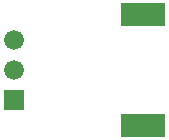
<source format=gbr>
G04 start of page 6 for group -4062 idx -4062 *
G04 Title: (unknown), soldermask *
G04 Creator: pcb 20110918 *
G04 CreationDate: Mon 01 Apr 2013 11:54:10 PM GMT UTC *
G04 For: railfan *
G04 Format: Gerber/RS-274X *
G04 PCB-Dimensions: 80000 55000 *
G04 PCB-Coordinate-Origin: lower left *
%MOIN*%
%FSLAX25Y25*%
%LNBOTTOMMASK*%
%ADD38R,0.0760X0.0760*%
%ADD37C,0.0660*%
%ADD36C,0.0001*%
G54D36*G36*
X6700Y20800D02*Y14200D01*
X13300D01*
Y20800D01*
X6700D01*
G37*
G54D37*X10000Y27500D03*
Y37500D03*
G54D38*X49500Y46000D02*X56500D01*
X49500Y9000D02*X56500D01*
M02*

</source>
